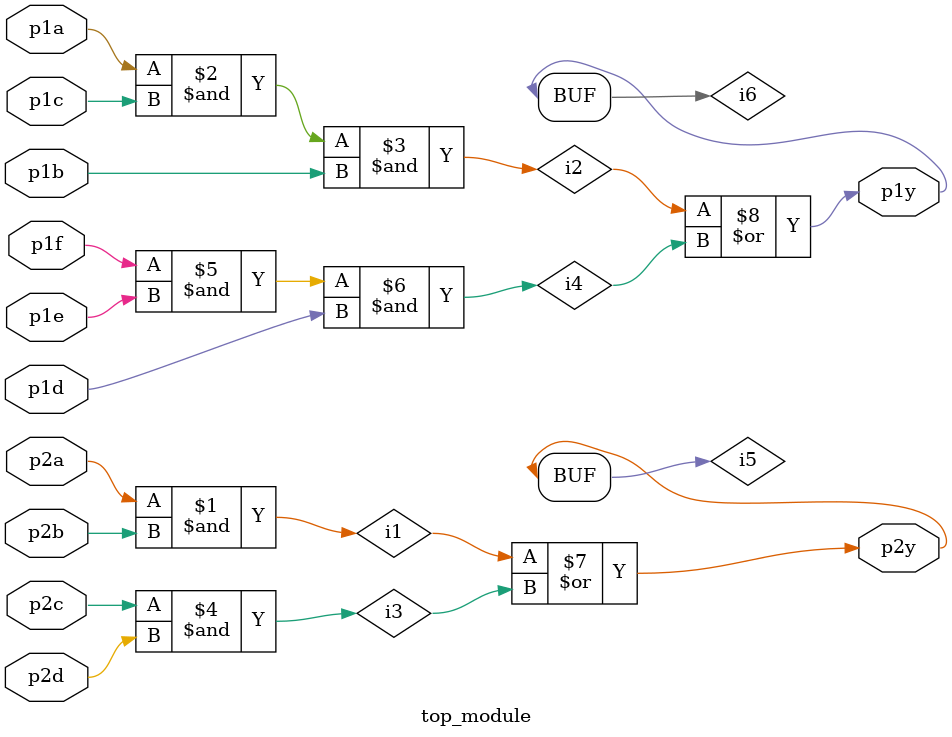
<source format=v>


// Solution: 

module top_module ( 
    input p1a, p1b, p1c, p1d, p1e, p1f,
    output p1y,
    input p2a, p2b, p2c, p2d,
    output p2y );
    
    // intially we have to design 6 wires
    // 4 wires are the output from the and gate
    // 2 wires are the output from  the or gate
    
    // Declaring the wires
    wire i1, i2, i3, i4, i5, i6;
    
    // assigning values to wire and output
    // AND gate
    assign i1 = p2a & p2b;
    assign i2 = p1a & p1c & p1b;
    assign i3 = p2c & p2d;
    assign i4 = p1f & p1e & p1d;
    
    // OR gate 
    assign i5 = i1 | i3;
    assign i6 = i2 | i4;
    
    // Output
    assign p1y = i6;
    assign p2y = i5;

endmodule

</source>
